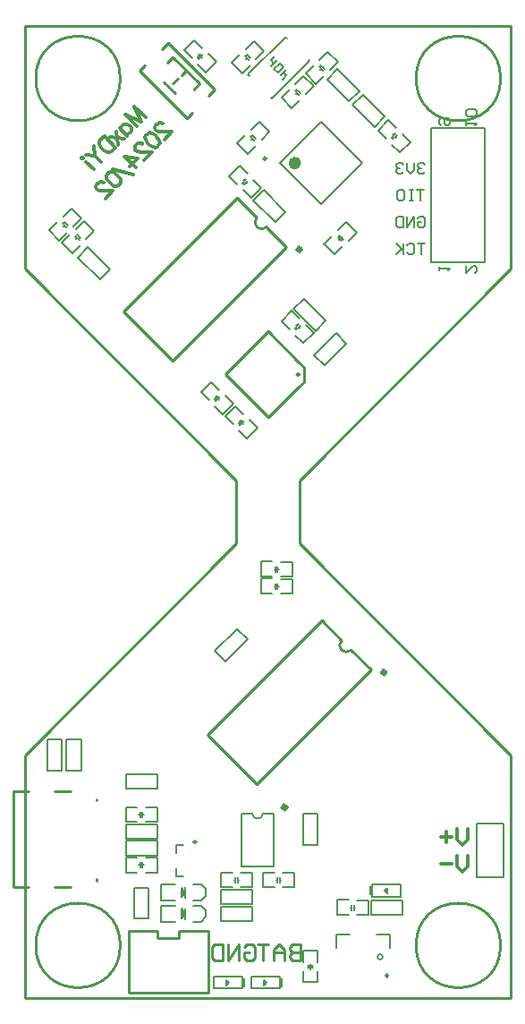
<source format=gbo>
G04*
G04 #@! TF.GenerationSoftware,Altium Limited,Altium Designer,23.4.1 (23)*
G04*
G04 Layer_Color=32896*
%FSLAX25Y25*%
%MOIN*%
G70*
G04*
G04 #@! TF.SameCoordinates,3896D8D6-2970-4D3B-BD07-924AED3B3DE0*
G04*
G04*
G04 #@! TF.FilePolarity,Positive*
G04*
G01*
G75*
%ADD10C,0.01000*%
%ADD11C,0.01200*%
%ADD22C,0.02000*%
%ADD95C,0.00984*%
%ADD96C,0.02362*%
%ADD97C,0.00591*%
%ADD98C,0.00800*%
%ADD99C,0.01968*%
%ADD100C,0.00600*%
%ADD101C,0.00787*%
%ADD102C,0.00700*%
D10*
X177165Y342520D02*
G03*
X177165Y342520I-15748J0D01*
G01*
X35433D02*
G03*
X35433Y342520I-15748J0D01*
G01*
X177165Y19685D02*
G03*
X177165Y19685I-15748J0D01*
G01*
X35433D02*
G03*
X35433Y19685I-15748J0D01*
G01*
X86375Y290698D02*
G03*
X89910Y287162I1768J-1768D01*
G01*
X102179Y232283D02*
G03*
X102179Y232283I-492J0D01*
G01*
X117871Y133217D02*
G03*
X121406Y129682I1768J-1768D01*
G01*
X10842Y76998D02*
X16912D01*
X-4233D02*
X1164D01*
X10817Y41339D02*
X16937D01*
X26574Y74089D02*
Y74238D01*
Y73745D02*
Y74089D01*
Y43872D02*
Y44366D01*
X-4233Y41339D02*
Y76998D01*
Y41339D02*
X1189D01*
X42613Y345308D02*
X44650Y347345D01*
X60151Y327770D02*
X62188Y329807D01*
X50872Y353568D02*
X53192Y355887D01*
X68411Y336029D02*
X70730Y338349D01*
X42613Y345308D02*
X60151Y327770D01*
X53192Y355887D02*
X70730Y338349D01*
X53035Y348435D02*
X55086Y350485D01*
X64985Y340586D01*
X62935Y338535D02*
X64985Y340586D01*
X51621Y341222D02*
X55793Y337050D01*
X55086Y340586D02*
X56924Y342424D01*
X58197Y343697D02*
X60036Y345535D01*
X54908Y237311D02*
X97335Y279737D01*
X36524Y255696D02*
X54908Y237311D01*
X36524Y255696D02*
X78950Y298122D01*
X86375Y290698D01*
X89910Y287162D02*
X97335Y279737D01*
X49400Y22548D02*
X57349D01*
X38440Y25078D02*
X41520D01*
X49400D01*
X57349Y22548D02*
Y25078D01*
X68139D01*
X49400Y22548D02*
Y25078D01*
X38440Y1948D02*
X68139D01*
X38440D02*
Y25078D01*
X68139Y1948D02*
Y25078D01*
X102035Y227760D02*
X103775Y229500D01*
Y235067D01*
X102035Y236807D02*
X103775Y235067D01*
X90551Y216276D02*
X102035Y227760D01*
X74544Y232283D02*
X90551Y216276D01*
X74544Y232283D02*
X90551Y248291D01*
X102035Y236807D01*
X121406Y129682D02*
X128831Y122257D01*
X110446Y140642D02*
X117871Y133217D01*
X68020Y98215D02*
X110446Y140642D01*
X68020Y98215D02*
X86404Y79831D01*
X128831Y122257D01*
X58455Y32196D02*
X58555Y30496D01*
X58455Y32196D02*
X59155Y31596D01*
X58955Y30996D02*
X59155Y31596D01*
X58455Y40070D02*
X58555Y38370D01*
X58455Y40070D02*
X59155Y39470D01*
X58955Y38870D02*
X59155Y39470D01*
X81501Y18998D02*
X82501Y19998D01*
X84500D01*
X85500Y18998D01*
Y15000D01*
X84500Y14000D01*
X82501D01*
X81501Y15000D01*
Y16999D01*
X83501D01*
X79502Y14000D02*
Y19998D01*
X75503Y14000D01*
Y19998D01*
X73504D02*
Y14000D01*
X70505D01*
X69505Y15000D01*
Y18998D01*
X70505Y19998D01*
X73504D01*
X102500D02*
Y14000D01*
X99501D01*
X98501Y15000D01*
Y15999D01*
X99501Y16999D01*
X102500D01*
X99501D01*
X98501Y17999D01*
Y18998D01*
X99501Y19998D01*
X102500D01*
X96502Y14000D02*
Y17999D01*
X94503Y19998D01*
X92503Y17999D01*
Y14000D01*
Y16999D01*
X96502D01*
X90504Y19998D02*
X86505D01*
X88504D01*
Y14000D01*
X102362Y169291D02*
Y192913D01*
X78740Y169291D02*
Y192913D01*
X0Y271654D02*
X78740Y192913D01*
X0Y271654D02*
Y362205D01*
Y90551D02*
X78740Y169291D01*
X102362Y192913D02*
X181102Y271654D01*
X102362Y169291D02*
X181102Y90551D01*
X0Y362205D02*
X181102D01*
X0Y0D02*
X181102D01*
Y90551D01*
Y271654D02*
Y362205D01*
X0Y0D02*
Y90551D01*
D11*
X40561Y332242D02*
X44803Y328000D01*
X40561Y332242D02*
X43187Y326384D01*
X37329Y329010D02*
X43187Y326384D01*
X37329Y329010D02*
X41571Y324768D01*
X35107Y323960D02*
X37935Y321132D01*
X35713Y323354D02*
Y324162D01*
X35915Y324768D01*
X36522Y325374D01*
X37127Y325576D01*
X37935D01*
X38743Y325172D01*
X39147Y324768D01*
X39551Y323960D01*
Y323152D01*
X39349Y322546D01*
X38743Y321940D01*
X38137Y321738D01*
X37329D01*
X33976Y322829D02*
X34582Y317779D01*
X31755Y320607D02*
X36804Y320001D01*
X29452Y321132D02*
X33694Y316891D01*
X29452Y321132D02*
X28038Y319719D01*
X27634Y318911D01*
X27634Y318103D01*
X27836Y317497D01*
X28240Y316689D01*
X29250Y315679D01*
X30058Y315275D01*
X30664Y315073D01*
X31472D01*
X32280Y315477D01*
X33694Y316891D01*
X25675Y317355D02*
X26079Y313720D01*
X28301Y311498D01*
X22443Y314124D02*
X26079Y313720D01*
X21494Y313174D02*
Y312770D01*
X21090D01*
X21090Y313174D01*
X21494Y313174D01*
X22705Y311558D02*
X25533Y308730D01*
X164942Y53117D02*
Y49118D01*
X162942Y47119D01*
X160943Y49118D01*
Y53117D01*
X158944Y50118D02*
X154945D01*
X164942Y63117D02*
Y59118D01*
X162942Y57119D01*
X160943Y59118D01*
Y63117D01*
X158944Y60118D02*
X154945D01*
X156944Y62117D02*
Y58119D01*
X51263Y325636D02*
X51061Y325838D01*
X50455Y326040D01*
X50051D01*
X49445Y325838D01*
X48637Y325030D01*
X48435Y324424D01*
X48435Y324020D01*
X48637Y323414D01*
X49041Y323010D01*
X49647Y322808D01*
X50657Y322606D01*
X54697D01*
X51869Y319778D01*
X45466Y321859D02*
X46274Y322263D01*
X47284Y322061D01*
X48496Y321253D01*
X49102Y320647D01*
X49910Y319435D01*
X50112Y318425D01*
X49708Y317617D01*
X49304Y317213D01*
X48496Y316809D01*
X47486Y317011D01*
X46274Y317819D01*
X45668Y318425D01*
X44860Y319637D01*
X44658Y320647D01*
X45062Y321455D01*
X45466Y321859D01*
X43709Y318081D02*
X43507Y318283D01*
X42901Y318485D01*
X42497D01*
X41891Y318283D01*
X41083Y317476D01*
X40881Y316869D01*
X40881Y316465D01*
X41083Y315860D01*
X41487Y315456D01*
X42093Y315254D01*
X43103Y315052D01*
X47143D01*
X44315Y312224D01*
X37104Y313496D02*
X41952Y312688D01*
X38922Y309659D01*
X37104Y313496D02*
X41346Y309255D01*
X40194Y306891D02*
X32519Y308911D01*
X31024Y307417D02*
X31832Y307821D01*
X32842Y307618D01*
X34054Y306811D01*
X34660Y306205D01*
X35468Y304993D01*
X35670Y303983D01*
X35266Y303175D01*
X34862Y302771D01*
X34054Y302367D01*
X33044Y302569D01*
X31832Y303377D01*
X31226Y303983D01*
X30418Y305195D01*
X30216Y306205D01*
X30620Y307013D01*
X31024Y307417D01*
X29267Y303639D02*
X29065Y303841D01*
X28459Y304043D01*
X28055D01*
X27449Y303841D01*
X26641Y303033D01*
X26439Y302427D01*
X26439Y302024D01*
X26641Y301417D01*
X27045Y301013D01*
X27651Y300812D01*
X28661Y300610D01*
X32701D01*
X29873Y297782D01*
D22*
X102597Y278809D02*
G03*
X102597Y278809I-492J0D01*
G01*
X134093Y121328D02*
G03*
X134093Y121328I-492J0D01*
G01*
D95*
X89849Y312694D02*
G03*
X89849Y312694I-492J0D01*
G01*
X135335Y8464D02*
G03*
X135335Y8464I-492J0D01*
G01*
X63681Y58268D02*
G03*
X63681Y58268I-492J0D01*
G01*
D96*
X101674Y311024D02*
G03*
X101674Y311024I-1181J0D01*
G01*
D97*
X133287Y15413D02*
G03*
X133287Y15413I-1000J0D01*
G01*
D98*
X86614Y66898D02*
G03*
X88614Y68898I0J2000D01*
G01*
X84614Y68898D02*
G03*
X86614Y66898I2000J0D01*
G01*
X91982Y335043D02*
X105901Y348962D01*
X91527Y335497D02*
X91982Y335043D01*
X105447Y349416D02*
X105901Y348962D01*
X96993Y357871D02*
X97447Y357417D01*
X83073Y343951D02*
X83528Y343496D01*
X83073Y343951D02*
X96993Y357871D01*
X88614Y68898D02*
X92614D01*
X80614D02*
X84614D01*
X164417Y272878D02*
Y270213D01*
X167083Y272878D01*
X167750D01*
X168416Y272212D01*
Y270879D01*
X167750Y270213D01*
X154417Y271213D02*
Y272546D01*
Y271879D01*
X158416D01*
X157750Y271213D01*
X155084Y325213D02*
X154417Y325879D01*
Y327212D01*
X155084Y327878D01*
X157750D01*
X158416Y327212D01*
Y325879D01*
X157750Y325213D01*
X157083D01*
X156417Y325879D01*
Y327878D01*
X164417Y325213D02*
Y326546D01*
Y325879D01*
X168416D01*
X167750Y325213D01*
Y328545D02*
X168416Y329211D01*
Y330544D01*
X167750Y331211D01*
X165084D01*
X164417Y330544D01*
Y329211D01*
X165084Y328545D01*
X167750D01*
X149032Y310545D02*
X148366Y311212D01*
X147033D01*
X146367Y310545D01*
Y309879D01*
X147033Y309213D01*
X147699D01*
X147033D01*
X146367Y308546D01*
Y307880D01*
X147033Y307213D01*
X148366D01*
X149032Y307880D01*
X145034Y311212D02*
Y308546D01*
X143701Y307213D01*
X142368Y308546D01*
Y311212D01*
X141035Y310545D02*
X140368Y311212D01*
X139036D01*
X138369Y310545D01*
Y309879D01*
X139036Y309213D01*
X139702D01*
X139036D01*
X138369Y308546D01*
Y307880D01*
X139036Y307213D01*
X140368D01*
X141035Y307880D01*
X148699Y301212D02*
X146033D01*
X147366D01*
Y297213D01*
X144701Y301212D02*
X143368D01*
X144034D01*
Y297213D01*
X144701D01*
X143368D01*
X139369Y301212D02*
X140702D01*
X141368Y300546D01*
Y297880D01*
X140702Y297213D01*
X139369D01*
X138702Y297880D01*
Y300546D01*
X139369Y301212D01*
X146367Y290546D02*
X147033Y291212D01*
X148366D01*
X149032Y290546D01*
Y287880D01*
X148366Y287213D01*
X147033D01*
X146367Y287880D01*
Y289213D01*
X147699D01*
X145034Y287213D02*
Y291212D01*
X142368Y287213D01*
Y291212D01*
X141035D02*
Y287213D01*
X139036D01*
X138369Y287880D01*
Y290546D01*
X139036Y291212D01*
X141035D01*
X149032Y281212D02*
X146367D01*
X147699D01*
Y277213D01*
X142368Y280545D02*
X143034Y281212D01*
X144367D01*
X145034Y280545D01*
Y277880D01*
X144367Y277213D01*
X143034D01*
X142368Y277880D01*
X141035Y281212D02*
Y277213D01*
Y278546D01*
X138369Y281212D01*
X140368Y279213D01*
X138369Y277213D01*
D99*
X97223Y71055D02*
G03*
X97223Y71055I-608J0D01*
G01*
D100*
X15410Y84744D02*
Y96358D01*
X20810D01*
Y84744D02*
Y96358D01*
X15410Y84744D02*
X20810D01*
X37500Y78009D02*
X49114D01*
X37500D02*
Y83409D01*
X49114D01*
Y78009D02*
Y83409D01*
X8324Y84744D02*
Y96358D01*
X13724D01*
Y84744D02*
Y96358D01*
X8324Y84744D02*
X13724D01*
X112485Y342197D02*
X120697Y333985D01*
X112485Y342197D02*
X116303Y346015D01*
X124515Y337803D01*
X120697Y333985D02*
X124515Y337803D01*
X103803Y260515D02*
X112015Y252303D01*
X108197Y248485D02*
X112015Y252303D01*
X99985Y256697D02*
X108197Y248485D01*
X99985Y256697D02*
X103803Y260515D01*
X111460Y235642D02*
X119673Y243854D01*
X107642Y239460D02*
X111460Y235642D01*
X107642Y239460D02*
X115854Y247673D01*
X119673Y243854D01*
X128839Y31158D02*
X140453D01*
X128839D02*
Y36558D01*
X140453D01*
Y31158D02*
Y36558D01*
X125803Y336515D02*
X134015Y328303D01*
X130197Y324485D02*
X134015Y328303D01*
X121985Y332697D02*
X130197Y324485D01*
X121985Y332697D02*
X125803Y336515D01*
X129346Y42457D02*
X139946D01*
X129346Y37857D02*
Y42457D01*
X135046Y39182D02*
Y41182D01*
X134046Y40182D02*
X135046Y39182D01*
X134046Y40182D02*
X135046Y41182D01*
X129346Y37857D02*
X139946D01*
Y42457D01*
X128546Y38657D02*
Y41657D01*
X115308Y276990D02*
X118278Y279959D01*
X111419Y280879D02*
X114389Y283849D01*
X120541Y282222D02*
X123510Y285192D01*
X116722Y286041D02*
X119692Y289010D01*
X111485Y280803D02*
X115303Y276985D01*
X119697Y289015D02*
X123515Y285197D01*
X117783Y283283D02*
X118136Y283636D01*
X116864Y282364D02*
X117217Y282717D01*
X116510Y283424D02*
X117924Y282010D01*
X117076Y283990D02*
X118490Y282576D01*
X140541Y321778D02*
X143510Y318808D01*
X136652Y317889D02*
X139621Y314919D01*
X135308Y327010D02*
X138278Y324041D01*
X131490Y323192D02*
X134459Y320222D01*
X139697Y314985D02*
X143515Y318803D01*
X131485Y323197D02*
X135303Y327015D01*
X136864Y321636D02*
X137217Y321283D01*
X137783Y320717D02*
X138136Y320364D01*
X137076Y320010D02*
X138490Y321424D01*
X136510Y320576D02*
X137924Y321990D01*
X109722Y349541D02*
X112692Y352510D01*
X113611Y345652D02*
X116581Y348621D01*
X104490Y344308D02*
X107459Y347278D01*
X108308Y340490D02*
X111278Y343459D01*
X112697Y352515D02*
X116515Y348697D01*
X104485Y344303D02*
X108303Y340485D01*
X109864Y345864D02*
X110217Y346217D01*
X110783Y346783D02*
X111136Y347136D01*
X110076Y347490D02*
X111490Y346076D01*
X109510Y346924D02*
X110924Y345510D01*
X68198Y351620D02*
X71168Y348650D01*
X64309Y347731D02*
X67279Y344761D01*
X62966Y356853D02*
X65936Y353883D01*
X59147Y353034D02*
X62117Y350064D01*
X67355Y344827D02*
X71173Y348645D01*
X59142Y353039D02*
X62961Y356858D01*
X64521Y351479D02*
X64875Y351125D01*
X65441Y350559D02*
X65794Y350206D01*
X64733Y349852D02*
X66148Y351267D01*
X64168Y350418D02*
X65582Y351832D01*
X100722Y340541D02*
X103692Y343510D01*
X104611Y336651D02*
X107581Y339621D01*
X95490Y335308D02*
X98459Y338278D01*
X99308Y331490D02*
X102278Y334459D01*
X103697Y343515D02*
X107515Y339697D01*
X95485Y335303D02*
X99303Y331485D01*
X100864Y336864D02*
X101217Y337217D01*
X101783Y337783D02*
X102136Y338136D01*
X101076Y338490D02*
X102490Y337076D01*
X100510Y337924D02*
X101924Y336510D01*
X80808Y344490D02*
X83778Y347459D01*
X76919Y348379D02*
X79889Y351348D01*
X86041Y349722D02*
X89010Y352692D01*
X82222Y353541D02*
X85192Y356510D01*
X76985Y348303D02*
X80803Y344485D01*
X85197Y356515D02*
X89015Y352697D01*
X83283Y350783D02*
X83636Y351136D01*
X82364Y349864D02*
X82717Y350217D01*
X82010Y350924D02*
X83424Y349510D01*
X82576Y351490D02*
X83990Y350076D01*
X88803Y301015D02*
X97015Y292803D01*
X93197Y288985D02*
X97015Y292803D01*
X84985Y297197D02*
X93197Y288985D01*
X84985Y297197D02*
X88803Y301015D01*
X75990Y306192D02*
X78959Y303222D01*
X79879Y310081D02*
X82849Y307111D01*
X81222Y300959D02*
X84192Y297990D01*
X85041Y304778D02*
X88010Y301808D01*
X75985Y306197D02*
X79803Y310015D01*
X84197Y297985D02*
X88015Y301803D01*
X82283Y303717D02*
X82636Y303364D01*
X81364Y304636D02*
X81717Y304283D01*
X81010Y303576D02*
X82424Y304990D01*
X81576Y303010D02*
X82990Y304424D01*
X84222Y323541D02*
X87192Y326510D01*
X88111Y319652D02*
X91081Y322621D01*
X78990Y318308D02*
X81959Y321278D01*
X82808Y314490D02*
X85778Y317459D01*
X87197Y326515D02*
X91015Y322697D01*
X78985Y318303D02*
X82803Y314485D01*
X84364Y319864D02*
X84717Y320217D01*
X85283Y320783D02*
X85636Y321136D01*
X84576Y321490D02*
X85990Y320076D01*
X84010Y320924D02*
X85424Y319510D01*
X94842Y348224D02*
X96256Y346810D01*
X94135Y344689D02*
X96256Y346810D01*
X92720Y346103D02*
X94135Y344689D01*
X92720Y346103D02*
X94842Y348224D01*
X95902Y342214D02*
X96256Y342568D01*
X91660Y349285D02*
X93074Y350699D01*
X91660Y349285D02*
X92720Y348224D01*
X96256Y342568D02*
X97317Y343628D01*
X96256Y344689D02*
X97317Y343628D01*
X95195D02*
X97317Y345750D01*
X91660Y347164D02*
X93781Y349285D01*
X14536Y289179D02*
X15951Y287765D01*
X13971Y288613D02*
X15385Y287199D01*
X14324Y287553D02*
X14678Y287906D01*
X15244Y288472D02*
X15597Y288825D01*
X17158Y294204D02*
X20976Y290386D01*
X8945Y285992D02*
X12764Y282174D01*
X14183Y291230D02*
X17153Y294199D01*
X18001Y287411D02*
X20971Y290381D01*
X8879Y286068D02*
X11849Y289037D01*
X12769Y282179D02*
X15739Y285148D01*
X19261Y284454D02*
X20675Y283040D01*
X18695Y283889D02*
X20109Y282475D01*
X19049Y282828D02*
X19402Y283182D01*
X19968Y283747D02*
X20321Y284101D01*
X21882Y289480D02*
X25701Y285662D01*
X13670Y281267D02*
X17488Y277449D01*
X18907Y286505D02*
X21877Y289475D01*
X22726Y282687D02*
X25695Y285657D01*
X13604Y281343D02*
X16574Y284313D01*
X17493Y277454D02*
X20463Y280424D01*
X40607Y29626D02*
Y41240D01*
X46007D01*
Y29626D02*
Y41240D01*
X40607Y29626D02*
X46007D01*
X37500Y59505D02*
X49114D01*
X37500D02*
Y64905D01*
X49114D01*
Y59505D02*
Y64905D01*
X37500Y53206D02*
X49114D01*
X37500D02*
Y58605D01*
X49114D01*
Y53206D02*
Y58605D01*
X72933Y28796D02*
X84547D01*
X72933D02*
Y34196D01*
X84547D01*
Y28796D02*
Y34196D01*
X108999Y57185D02*
Y68799D01*
X103599Y57185D02*
X108999D01*
X103599D02*
Y68799D01*
X108999D01*
X72933Y35095D02*
X84547D01*
X72933D02*
Y40495D01*
X84547D01*
Y35095D02*
Y40495D01*
X44907Y52306D02*
X49107D01*
X44907Y46806D02*
X49107D01*
X37507Y52306D02*
X41707D01*
X37507Y46906D02*
X41707D01*
X49114D02*
Y52306D01*
X37500Y46906D02*
Y52306D01*
X42407Y49606D02*
X42907D01*
X43707D02*
X44207D01*
X43707Y48606D02*
Y50606D01*
X42907Y48606D02*
Y50606D01*
X44907Y71204D02*
X49107D01*
X44907Y65704D02*
X49107D01*
X37507Y71204D02*
X41707D01*
X37507Y65804D02*
X41707D01*
X49114D02*
Y71204D01*
X37500Y65804D02*
Y71204D01*
X42407Y68504D02*
X42907D01*
X43707D02*
X44207D01*
X43707Y67504D02*
Y69504D01*
X42907Y67504D02*
Y69504D01*
X72940Y41394D02*
X77140D01*
X72940Y46894D02*
X77140D01*
X80340Y41394D02*
X84540D01*
X80340Y46795D02*
X84540D01*
X72933Y41394D02*
Y46795D01*
X84547Y41394D02*
Y46795D01*
X79140Y44094D02*
X79640D01*
X77840D02*
X78340D01*
Y43095D02*
Y45094D01*
X79140Y43095D02*
Y45094D01*
X96088Y46795D02*
X100288D01*
X96088Y41295D02*
X100288D01*
X88688Y46795D02*
X92888D01*
X88688Y41394D02*
X92888D01*
X100295D02*
Y46795D01*
X88681Y41394D02*
Y46795D01*
X93588Y44094D02*
X94088D01*
X94888D02*
X95388D01*
X94888Y43095D02*
Y45094D01*
X94088Y43095D02*
Y45094D01*
X116247Y31158D02*
X120447D01*
X116247Y36658D02*
X120447D01*
X123647Y31158D02*
X127847D01*
X123647Y36558D02*
X127847D01*
X116240Y31158D02*
Y36558D01*
X127854Y31158D02*
Y36558D01*
X122447Y33858D02*
X122947D01*
X121147D02*
X121647D01*
Y32858D02*
Y34858D01*
X122447Y32858D02*
Y34858D01*
X108999Y6011D02*
Y10211D01*
X103499Y6011D02*
Y10211D01*
X108999Y13411D02*
Y17611D01*
X103599Y13411D02*
Y17611D01*
Y6004D02*
X108999D01*
X103599Y17618D02*
X108999D01*
X106299Y12211D02*
Y12711D01*
Y10911D02*
Y11411D01*
X105299D02*
X107299D01*
X105299Y12211D02*
X107299D01*
X83541Y215278D02*
X86510Y212308D01*
X79651Y211389D02*
X82621Y208419D01*
X78308Y220510D02*
X81278Y217541D01*
X74490Y216692D02*
X77459Y213722D01*
X82697Y208485D02*
X86515Y212303D01*
X74485Y216697D02*
X78303Y220515D01*
X79864Y215136D02*
X80217Y214783D01*
X80783Y214217D02*
X81136Y213864D01*
X80076Y213510D02*
X81490Y214924D01*
X79510Y214076D02*
X80924Y215490D01*
X19575Y275819D02*
X27788Y267607D01*
X19575Y275819D02*
X23393Y279638D01*
X31606Y271425D01*
X27788Y267607D02*
X31606Y271425D01*
X70756Y129299D02*
X78969Y137512D01*
X82787Y133693D01*
X74575Y125481D02*
X82787Y133693D01*
X70756Y129299D02*
X74575Y125481D01*
X104541Y250778D02*
X107510Y247808D01*
X100652Y246889D02*
X103621Y243919D01*
X99308Y256010D02*
X102278Y253041D01*
X95490Y252192D02*
X98459Y249222D01*
X103697Y243985D02*
X107515Y247803D01*
X95485Y252197D02*
X99303Y256015D01*
X100864Y250636D02*
X101217Y250283D01*
X101783Y249717D02*
X102136Y249364D01*
X101076Y249010D02*
X102490Y250424D01*
X100510Y249576D02*
X101924Y250990D01*
X87901Y157142D02*
X92101D01*
X87901Y162643D02*
X92101D01*
X95301Y157142D02*
X99501D01*
X95301Y162542D02*
X99501D01*
X87894Y157142D02*
Y162542D01*
X99508Y157142D02*
Y162542D01*
X94101Y159843D02*
X94601D01*
X92801D02*
X93301D01*
Y158843D02*
Y160843D01*
X94101Y158843D02*
Y160843D01*
X87901Y150843D02*
X92101D01*
X87901Y156343D02*
X92101D01*
X95301Y150843D02*
X99501D01*
X95301Y156243D02*
X99501D01*
X87894Y150843D02*
Y156243D01*
X99508Y150843D02*
Y156243D01*
X94101Y153543D02*
X94601D01*
X92801D02*
X93301D01*
Y152543D02*
Y154543D01*
X94101Y152543D02*
Y154543D01*
X95600Y4405D02*
Y7405D01*
X84200Y3606D02*
Y8206D01*
X94800D01*
X89100Y4881D02*
X90100Y5881D01*
X89100Y6881D02*
X90100Y5881D01*
X89100Y4881D02*
Y6881D01*
X94800Y3606D02*
Y8206D01*
X84200Y3606D02*
X94800D01*
X58155Y29796D02*
X59755Y31396D01*
Y29496D02*
Y33496D01*
X58155Y33296D02*
X59755Y31596D01*
X58155Y29796D02*
Y33296D01*
X70200Y3606D02*
X80800D01*
Y8206D01*
X75100Y4881D02*
Y6881D01*
X76100Y5881D01*
X75100Y4881D02*
X76100Y5881D01*
X70200Y8206D02*
X80800D01*
X70200Y3606D02*
Y8206D01*
X81600Y4406D02*
Y7406D01*
X58155Y37670D02*
X59755Y39270D01*
Y37370D02*
Y41370D01*
X58155Y41170D02*
X59755Y39470D01*
X58155Y37670D02*
Y41170D01*
X74541Y224278D02*
X77510Y221308D01*
X70652Y220389D02*
X73621Y217419D01*
X69308Y229510D02*
X72278Y226541D01*
X65490Y225692D02*
X68459Y222722D01*
X73697Y217485D02*
X77515Y221303D01*
X65485Y225697D02*
X69303Y229515D01*
X70864Y224136D02*
X71217Y223783D01*
X71783Y223217D02*
X72136Y222864D01*
X71076Y222510D02*
X72490Y223924D01*
X70510Y223076D02*
X71924Y224490D01*
D101*
X151417Y324213D02*
X171417D01*
X151417Y274213D02*
X171417D01*
Y324213D01*
X151417Y274213D02*
Y324213D01*
X94925Y311024D02*
X110236Y326335D01*
Y295712D02*
X125548Y311024D01*
X94925D02*
X110236Y295712D01*
Y326335D02*
X125548Y311024D01*
X115787Y23913D02*
X120787D01*
X115787Y18913D02*
Y23913D01*
X130787D02*
X135787D01*
Y18913D02*
Y23913D01*
X168228Y65118D02*
X178228D01*
X168228Y45118D02*
Y65118D01*
Y45118D02*
X178228D01*
Y65118D01*
X56299Y45276D02*
Y48425D01*
Y45276D02*
X59055D01*
X56299Y53937D02*
Y57087D01*
X59055D01*
X80614Y49213D02*
X92614D01*
X80614D02*
Y68898D01*
X92614Y49213D02*
Y68898D01*
D102*
X67355Y30296D02*
Y32796D01*
X65655Y34496D02*
X67355Y32796D01*
X62455Y34496D02*
X65655D01*
X62455Y28496D02*
X65555D01*
X67355Y30296D01*
X50755Y28496D02*
X55955D01*
X50755Y34496D02*
X55955D01*
X50755Y28496D02*
Y34496D01*
X67355Y38170D02*
Y40670D01*
X65655Y42370D02*
X67355Y40670D01*
X62455Y42370D02*
X65655D01*
X62455Y36370D02*
X65555D01*
X67355Y38170D01*
X50755Y36370D02*
X55955D01*
X50755Y42370D02*
X55955D01*
X50755Y36370D02*
Y42370D01*
M02*

</source>
